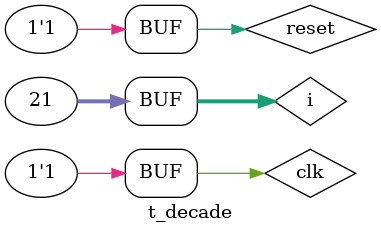
<source format=v>
`timescale 1ns/1ps
module t_decade;
reg clk,reset;
wire [3:0] A;

decade BCD(.clk(clk),.reset(reset),.A(A));
integer i;

initial
begin

reset=0;
reset=1;

clk=0;
for(i=0;i<=20;i++)
#5 clk=~clk;

end

initial
$monitor("%4b\n",A);

endmodule
</source>
